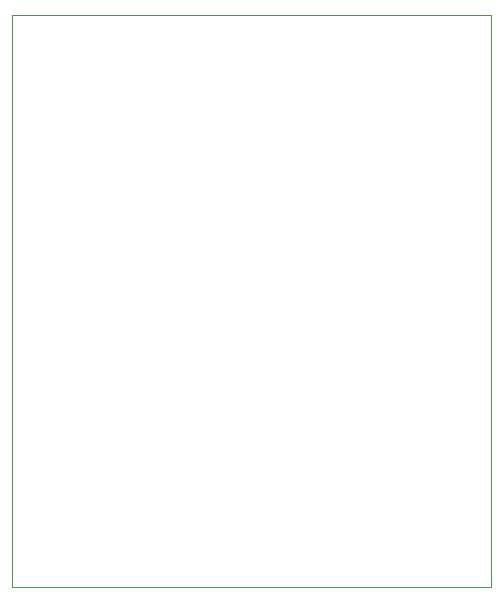
<source format=gbr>
%TF.GenerationSoftware,KiCad,Pcbnew,8.0.5*%
%TF.CreationDate,2025-02-26T14:21:13-03:00*%
%TF.ProjectId,EchoCar_PCB,4563686f-4361-4725-9f50-43422e6b6963,rev?*%
%TF.SameCoordinates,Original*%
%TF.FileFunction,Profile,NP*%
%FSLAX46Y46*%
G04 Gerber Fmt 4.6, Leading zero omitted, Abs format (unit mm)*
G04 Created by KiCad (PCBNEW 8.0.5) date 2025-02-26 14:21:13*
%MOMM*%
%LPD*%
G01*
G04 APERTURE LIST*
%TA.AperFunction,Profile*%
%ADD10C,0.050000*%
%TD*%
G04 APERTURE END LIST*
D10*
X112000000Y-47000000D02*
X152500000Y-47000000D01*
X152500000Y-95500000D01*
X112000000Y-95500000D01*
X112000000Y-47000000D01*
M02*

</source>
